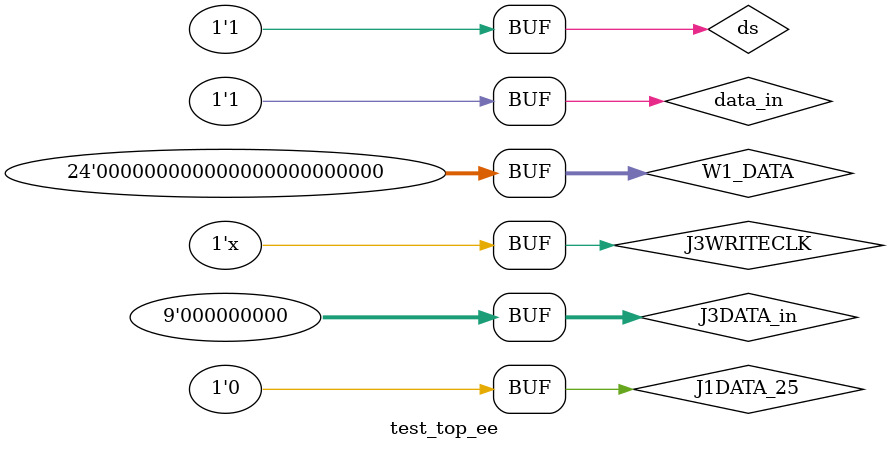
<source format=v>
`timescale 1ns / 1ps


module test_top_ee;

	// Inputs
	reg [23:0] W1_DATA;
	reg J3WRITECLK;
	reg J1DATA_25;
	reg [23:15] J3DATA_in;

	// Outputs
	wire W_HOLD_2;
	wire FLOATIN_3;
	wire FLOATIN_4;
	wire [20:1] OUT;
	wire [24:1] J1DATA_out;
	wire J3DATA_out_24;

	// Bidirs
	wire [45:26] J1DATA;
	wire [14:1] J3DATA;


	// Instantiate the Unit Under Test (UUT)
	mezzanina_gigafitter uut (
		.W1_DATA(W1_DATA), 
		.W_HOLD_2(W_HOLD_2), 
		.J3WRITECLK(J3WRITECLK), 
		.FLOATIN_3(FLOATIN_3), 
		.FLOATIN_4(FLOATIN_4), 
		.OUT(OUT), 
		.J1DATA_out(J1DATA_out), 
		.J1DATA_25(J1DATA_25), 
		.J1DATA(J1DATA), 
		.J3DATA(J3DATA), 
		.J3DATA_in(J3DATA_in), 
		.J3DATA_out_24(J3DATA_out_24)
	);

	initial begin
		// Initialize Inputs
		W1_DATA = 0;
		J3WRITECLK = 0;
		J1DATA_25 = 0;
		J3DATA_in = 0;

		// Wait 100 ns for global reset to finish
		#100;
        		#900;
     data_in = 23'h00cc0c;
		ds = 0;
		#20 ds = 1;
		#20;
		data_in = 23'h00cc0c;
		ds = 0;
		#20 ds = 1;
		#20;
		data_in = 23'h0539da;
		ds = 0;
		#20 ds = 1;
		#20;
		data_in = 23'h0539da;
		ds = 0;
		#20 ds = 1;
		#20;
		data_in = 23'h081a25;
		ds = 0;
		#20 ds = 1;
		#20;
		data_in = 23'h0cc6c6;
		ds = 0;
		#20 ds = 1;
		#20;
		data_in = 23'h1132d6;
		ds = 0;
		#20 ds = 1;
		#20;
		data_in = 23'h15feed;
		ds = 0;
		#20 ds = 1;
		#20;
		data_in = 23'h04b68c;
		ds = 0;
		#20 ds = 1;
		#20;
		data_in = 23'h287e23;
		ds = 0;
		#20 ds = 1;
		#20;
		data_in = 23'h600001;
		ds = 0;
		#20 ds = 1;
		#20;
		data_in = 23'h600002;
		ds = 0;
		#20 ds = 1;
		#20;
////////////////////////////////////
	#700;
      data_in = 23'h00cc0c;
		ds = 0;
		#20 ds = 1;
		#20;
		data_in = 23'h0539da;
		ds = 0;
		#20 ds = 1;
		#20;
		data_in = 23'h081a25;
		ds = 0;
		#20 ds = 1;
		#20;
		data_in = 23'h0cc6c6;
		ds = 0;
		#20 ds = 1;
		#20;
		data_in = 23'h1132d6;
		ds = 0;
		#20 ds = 1;
		#20;
		data_in = 23'h15feed;
		ds = 0;
		#20 ds = 1;
		#20;
		data_in = 23'h04b68c;
		ds = 0;
		#20 ds = 1;
		#20;
		data_in = 23'h290f34;
		ds = 0;
		#20 ds = 1;
		#20;
		data_in = 23'h600003;
		ds = 0;
		#20 ds = 1;
		#20;
		// Add stimulus here

	end
      
always begin
#25 J3WRITECLK = ~J3WRITECLK;
end

endmodule


</source>
